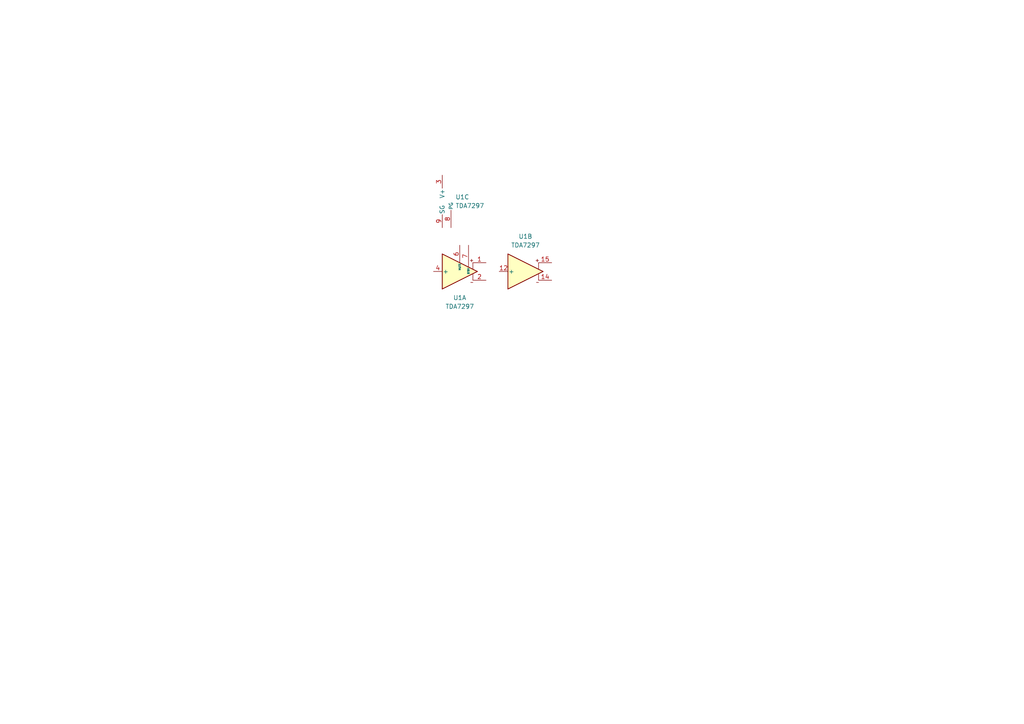
<source format=kicad_sch>
(kicad_sch (version 20230121) (generator eeschema)
  (paper "A4")
  (lib_symbols
    (symbol "Amplifier_Audio:TDA7297" (pin_names (offset 0.127))
      (property "Reference" "U" (at 5.08 5.08 0))
      (property "Value" "TDA7297" (at 5.08 -5.08 0))
      (symbol "TDA7297_1_1"
        (polyline (pts (xy 3.048 3.175) (xy 3.81 3.175)))
        (polyline (pts (xy 3.175 -3.175) (xy 3.81 -3.175)))
        (polyline (pts (xy 3.429 2.794) (xy 3.429 3.556)))
        (polyline (pts (xy 3.81 -0.635) (xy 3.81 -2.54)))
        (polyline (pts (xy 3.81 2.54) (xy 3.81 0.635)))
        (polyline (pts (xy 5.08 0) (xy -5.08 5.08) (xy -5.08 -5.08) (xy 5.08 0)) (stroke (width 0.254)) (fill (type background)))
        (pin output line (at 7.62 2.54 180) (length 3.81) (name "~") (number "1"))
        (pin no_connect line (at -2.54 3.81 270) (length 2.54) hide (name "NC") (number "10"))
        (pin no_connect line (at -5.08 5.08 270) (length 2.54) hide (name "NC") (number "11"))
        (pin output line (at 7.62 -2.54 180) (length 3.81) (name "~") (number "2"))
        (pin input line (at -7.62 0 0) (length 2.54) (name "+") (number "4"))
        (pin no_connect line (at -5.08 -5.08 90) (length 2.54) hide (name "NC") (number "5"))
        (pin input line (at 0 7.62 270) (length 5.08) (name "MUTE") (number "6"))
        (pin input line (at 2.54 7.62 270) (length 6.35) (name "STBY") (number "7"))
      )
      (symbol "TDA7297_2_1"
        (polyline (pts (xy 3.048 3.175) (xy 3.81 3.175)))
        (polyline (pts (xy 3.175 -3.175) (xy 3.81 -3.175)))
        (polyline (pts (xy 3.429 2.794) (xy 3.429 3.556)))
        (polyline (pts (xy 3.81 -0.635) (xy 3.81 -2.54)))
        (polyline (pts (xy 3.81 2.54) (xy 3.81 0.635)))
        (polyline (pts (xy 5.08 0) (xy -5.08 5.08) (xy -5.08 -5.08) (xy 5.08 0)) (stroke (width 0.254)) (fill (type background)))
        (pin input line (at -7.62 0 0) (length 2.54) (name "+") (number "12"))
        (pin output line (at 7.62 -2.54 180) (length 3.81) (name "~") (number "14"))
        (pin output line (at 7.62 2.54 180) (length 3.81) (name "~") (number "15"))
      )
      (symbol "TDA7297_3_1"
        (pin passive line (at -2.54 7.62 270) (length 3.81) hide (name "V+") (number "13"))
        (pin power_in line (at -2.54 7.62 270) (length 3.81) (name "V+") (number "3"))
        (pin power_in line (at 0 -7.62 90) (length 5.08) (name "PG") (number "8"))
        (pin power_in line (at -2.54 -7.62 90) (length 3.81) (name "SG") (number "9"))
      )
    )
  )
  (symbol (lib_id "Amplifier_Audio:TDA7297") (at 133.35 78.74 0) (unit 1)
    (property "Reference" "U1" (at 133.35 86.36 0))
    (property "Value" "TDA7297" (at 133.35 88.9 0))
    (property "Footprint" "Package_TO_SOT_THT:TO-220-15_P2.54x2.54mm_StaggerOdd_Lead4.58mm_Vertical" (effects hide))
    (property "Datasheet" "http://www.st.com/resource/en/datasheet/tda7297.pdf" (effects hide))
  )
  (symbol (lib_id "Amplifier_Audio:TDA7297") (at 130.81 58.42 0) (unit 3)
    (property "Reference" "U1" (at 132.08 57.15 0) (effects (justify left)))
    (property "Value" "TDA7297" (at 132.08 59.69 0) (effects (justify left)))
    (property "Footprint" "Package_TO_SOT_THT:TO-220-15_P2.54x2.54mm_StaggerOdd_Lead4.58mm_Vertical" (effects hide))
    (property "Datasheet" "http://www.st.com/resource/en/datasheet/tda7297.pdf" (effects hide))
  )
  (symbol (lib_id "Amplifier_Audio:TDA7297") (at 152.4 78.74 0) (unit 2)
    (property "Reference" "U1" (at 152.4 68.58 0))
    (property "Value" "TDA7297" (at 152.4 71.12 0))
    (property "Footprint" "Package_TO_SOT_THT:TO-220-15_P2.54x2.54mm_StaggerOdd_Lead4.58mm_Vertical" (effects hide))
    (property "Datasheet" "http://www.st.com/resource/en/datasheet/tda7297.pdf" (effects hide))
  )
)
</source>
